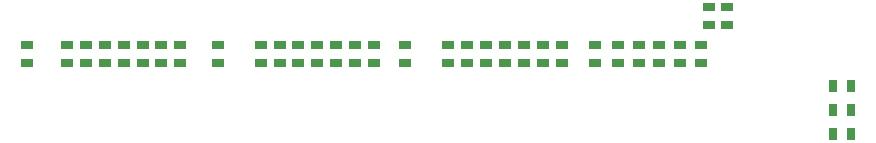
<source format=gbr>
G04 #@! TF.GenerationSoftware,KiCad,Pcbnew,(5.1.5-0-10_14)*
G04 #@! TF.CreationDate,2020-05-10T16:42:09+01:00*
G04 #@! TF.ProjectId,fft8051,66667438-3035-4312-9e6b-696361645f70,rev?*
G04 #@! TF.SameCoordinates,Original*
G04 #@! TF.FileFunction,Paste,Bot*
G04 #@! TF.FilePolarity,Positive*
%FSLAX46Y46*%
G04 Gerber Fmt 4.6, Leading zero omitted, Abs format (unit mm)*
G04 Created by KiCad (PCBNEW (5.1.5-0-10_14)) date 2020-05-10 16:42:09*
%MOMM*%
%LPD*%
G04 APERTURE LIST*
%ADD10R,0.700000X1.000000*%
%ADD11R,1.000000X0.700000*%
G04 APERTURE END LIST*
D10*
X115000000Y-171500000D03*
X113500000Y-171500000D03*
D11*
X77200000Y-169500000D03*
X77200000Y-168000000D03*
X93300000Y-169500000D03*
X93300000Y-168000000D03*
X95250000Y-169500000D03*
X95250000Y-168000000D03*
X97000000Y-169500000D03*
X97000000Y-168000000D03*
X98750000Y-169500000D03*
X98750000Y-168000000D03*
X100500000Y-169500000D03*
X100500000Y-168000000D03*
X102250000Y-169500000D03*
X102250000Y-168000000D03*
X103000000Y-166300000D03*
X103000000Y-164800000D03*
X104500000Y-166300000D03*
X104500000Y-164800000D03*
X80900000Y-169500000D03*
X80900000Y-168000000D03*
X82500000Y-169500000D03*
X82500000Y-168000000D03*
X84100000Y-169500000D03*
X84100000Y-168000000D03*
X85700000Y-169500000D03*
X85700000Y-168000000D03*
X87300000Y-169500000D03*
X87300000Y-168000000D03*
X88900000Y-169500000D03*
X88900000Y-168000000D03*
X90500000Y-169500000D03*
X90500000Y-168000000D03*
X61400000Y-169500000D03*
X61400000Y-168000000D03*
X65000000Y-169500000D03*
X65000000Y-168000000D03*
X66600000Y-169500000D03*
X66600000Y-168000000D03*
X68200000Y-169500000D03*
X68200000Y-168000000D03*
X69800000Y-169500000D03*
X69800000Y-168000000D03*
X71400000Y-169500000D03*
X71400000Y-168000000D03*
X73000000Y-169500000D03*
X73000000Y-168000000D03*
X74600000Y-169500000D03*
X74600000Y-168000000D03*
X45200000Y-169500000D03*
X45200000Y-168000000D03*
X48600000Y-169500000D03*
X48600000Y-168000000D03*
X50200000Y-169500000D03*
X50200000Y-168000000D03*
X51800000Y-169500000D03*
X51800000Y-168000000D03*
X53400000Y-169500000D03*
X53400000Y-168000000D03*
X55000000Y-169500000D03*
X55000000Y-168000000D03*
X56600000Y-169500000D03*
X56600000Y-168000000D03*
X58200000Y-169500000D03*
X58200000Y-168000000D03*
D10*
X113500000Y-173500000D03*
X115000000Y-173500000D03*
X113500000Y-175500000D03*
X115000000Y-175500000D03*
M02*

</source>
